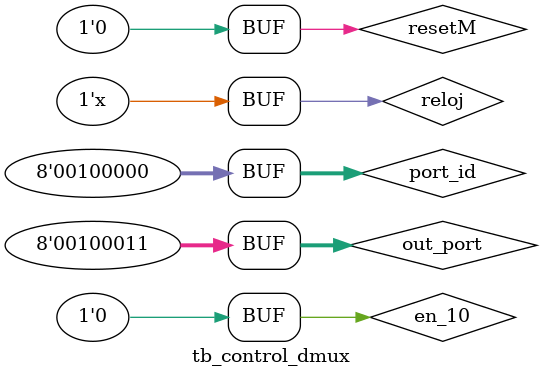
<source format=v>
`timescale 1ns / 1ps


module tb_control_dmux(

    );
    
    
     wire [3:0] IN_bot_fecha; 
     wire [3:0] IN_bot_hora;
     wire [3:0] IN_bot_cr;
     wire [1:0] Control;
     wire A_A;
     wire F_H;  
     
     reg resetM;
     reg reloj;
     reg [7:0] port_id;
     reg [7:0] out_port;
     reg en_10;
    
    
    
 dmux_control_2 ins_dmux_control_2 (
 
 
  .IN_bot_fecha(IN_bot_fecha), 
  .IN_bot_hora(IN_bot_hora), 
  .IN_bot_cr(IN_bot_cr), 
  .Control(Control),
  .A_A(A_A),         
  .F_H(F_H),       
  
  .resetM(resetM), 
  .reloj(reloj), 
  .port_id(port_id), 
  .out_port(out_port), 
  .en_10(en_10)
 
 );
    
    
    
   initial 
   
   begin
   
   resetM <= 0;
   reloj <= 0;
   port_id <= 0;
   en_10 <= 0;
   out_port <= 0;
   
   
   
  #200 port_id <= 8'h01; 
   out_port <= 8'h01;
   
  #100 en_10 <= 1;
  #30 en_10 <= 0;
  
   #200 port_id <= 8'h20; 
    out_port <= 8'h23;
    
   #100 en_10 <= 1;
   #30 en_10 <= 0;
  
  
   end 
    
    
    
    
    
    
    
    
    
    
    
    
    
    
    
    
    
    
    
    
    
     always
             begin
                 #5 reloj <= ~reloj;
             end  
    
    
    
    
    
    
    
    
    
    
endmodule

</source>
